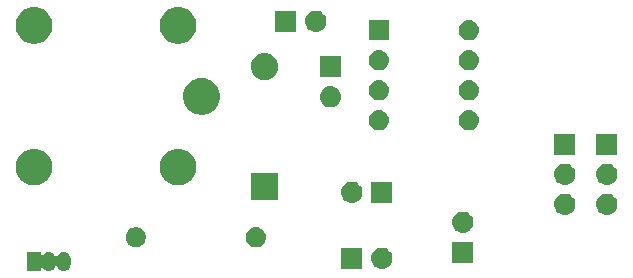
<source format=gbr>
G04 #@! TF.GenerationSoftware,KiCad,Pcbnew,(5.1.2)-2*
G04 #@! TF.CreationDate,2019-08-06T17:03:01+02:00*
G04 #@! TF.ProjectId,fiestaSkipWiringATtiny,66696573-7461-4536-9b69-70576972696e,rev?*
G04 #@! TF.SameCoordinates,Original*
G04 #@! TF.FileFunction,Soldermask,Top*
G04 #@! TF.FilePolarity,Negative*
%FSLAX46Y46*%
G04 Gerber Fmt 4.6, Leading zero omitted, Abs format (unit mm)*
G04 Created by KiCad (PCBNEW (5.1.2)-2) date 2019-08-06 17:03:01*
%MOMM*%
%LPD*%
G04 APERTURE LIST*
%ADD10C,0.100000*%
G04 APERTURE END LIST*
D10*
G36*
X122032915Y34320666D02*
G01*
X122141491Y34287729D01*
X122141494Y34287728D01*
X122177600Y34268429D01*
X122241556Y34234244D01*
X122329264Y34162264D01*
X122401244Y34074557D01*
X122435429Y34010601D01*
X122454728Y33974495D01*
X122454729Y33974492D01*
X122487666Y33865916D01*
X122496000Y33781298D01*
X122496000Y33274703D01*
X122487666Y33190084D01*
X122455252Y33083233D01*
X122454728Y33081505D01*
X122444761Y33062859D01*
X122401244Y32981443D01*
X122329264Y32893736D01*
X122241557Y32821756D01*
X122177601Y32787571D01*
X122141495Y32768272D01*
X122141492Y32768271D01*
X122032916Y32735334D01*
X121920000Y32724213D01*
X121807085Y32735334D01*
X121698509Y32768271D01*
X121698506Y32768272D01*
X121662400Y32787571D01*
X121598444Y32821756D01*
X121510737Y32893736D01*
X121438757Y32981443D01*
X121413219Y33029221D01*
X121395239Y33062859D01*
X121381625Y33083234D01*
X121364298Y33100561D01*
X121343924Y33114174D01*
X121321285Y33123552D01*
X121297252Y33128332D01*
X121272748Y33128332D01*
X121248715Y33123552D01*
X121226076Y33114174D01*
X121205701Y33100560D01*
X121188374Y33083233D01*
X121174761Y33062859D01*
X121131244Y32981443D01*
X121059264Y32893736D01*
X120971557Y32821756D01*
X120907601Y32787571D01*
X120871495Y32768272D01*
X120871492Y32768271D01*
X120762916Y32735334D01*
X120650000Y32724213D01*
X120537085Y32735334D01*
X120428509Y32768271D01*
X120428506Y32768272D01*
X120392400Y32787571D01*
X120328444Y32821756D01*
X120240737Y32893736D01*
X120177622Y32970641D01*
X120160297Y32987966D01*
X120139923Y33001580D01*
X120117284Y33010957D01*
X120093250Y33015737D01*
X120068746Y33015737D01*
X120044713Y33010956D01*
X120022074Y33001579D01*
X120001700Y32987965D01*
X119984373Y32970638D01*
X119970759Y32950264D01*
X119961382Y32927625D01*
X119956000Y32891340D01*
X119956000Y32727000D01*
X118804000Y32727000D01*
X118804000Y34329000D01*
X119956000Y34329000D01*
X119956000Y34164659D01*
X119958402Y34140273D01*
X119965515Y34116824D01*
X119977066Y34095213D01*
X119992611Y34076271D01*
X120011553Y34060726D01*
X120033164Y34049175D01*
X120056613Y34042062D01*
X120080999Y34039660D01*
X120105385Y34042062D01*
X120128834Y34049175D01*
X120150445Y34060726D01*
X120169387Y34076271D01*
X120177608Y34085343D01*
X120240736Y34162264D01*
X120328443Y34234244D01*
X120392399Y34268429D01*
X120428505Y34287728D01*
X120428508Y34287729D01*
X120537084Y34320666D01*
X120650000Y34331787D01*
X120762915Y34320666D01*
X120871491Y34287729D01*
X120871494Y34287728D01*
X120907600Y34268429D01*
X120971556Y34234244D01*
X121059264Y34162264D01*
X121131244Y34074557D01*
X121174761Y33993141D01*
X121188375Y33972766D01*
X121205702Y33955439D01*
X121226076Y33941826D01*
X121248715Y33932448D01*
X121272748Y33927668D01*
X121297252Y33927668D01*
X121321285Y33932448D01*
X121343924Y33941826D01*
X121364299Y33955440D01*
X121381626Y33972767D01*
X121395239Y33993140D01*
X121438756Y34074556D01*
X121510736Y34162264D01*
X121598443Y34234244D01*
X121662399Y34268429D01*
X121698505Y34287728D01*
X121698508Y34287729D01*
X121807084Y34320666D01*
X121920000Y34331787D01*
X122032915Y34320666D01*
X122032915Y34320666D01*
G37*
G36*
X148954442Y34676482D02*
G01*
X149020627Y34669963D01*
X149190466Y34618443D01*
X149346991Y34534778D01*
X149382729Y34505448D01*
X149484186Y34422186D01*
X149567448Y34320729D01*
X149596778Y34284991D01*
X149680443Y34128466D01*
X149731963Y33958627D01*
X149749359Y33782000D01*
X149731963Y33605373D01*
X149680443Y33435534D01*
X149596778Y33279009D01*
X149593244Y33274703D01*
X149484186Y33141814D01*
X149410698Y33081505D01*
X149346991Y33029222D01*
X149190466Y32945557D01*
X149020627Y32894037D01*
X148954442Y32887518D01*
X148888260Y32881000D01*
X148799740Y32881000D01*
X148733558Y32887518D01*
X148667373Y32894037D01*
X148497534Y32945557D01*
X148341009Y33029222D01*
X148277302Y33081505D01*
X148203814Y33141814D01*
X148094756Y33274703D01*
X148091222Y33279009D01*
X148007557Y33435534D01*
X147956037Y33605373D01*
X147938641Y33782000D01*
X147956037Y33958627D01*
X148007557Y34128466D01*
X148091222Y34284991D01*
X148120552Y34320729D01*
X148203814Y34422186D01*
X148305271Y34505448D01*
X148341009Y34534778D01*
X148497534Y34618443D01*
X148667373Y34669963D01*
X148733558Y34676482D01*
X148799740Y34683000D01*
X148888260Y34683000D01*
X148954442Y34676482D01*
X148954442Y34676482D01*
G37*
G36*
X147205000Y32881000D02*
G01*
X145403000Y32881000D01*
X145403000Y34683000D01*
X147205000Y34683000D01*
X147205000Y32881000D01*
X147205000Y32881000D01*
G37*
G36*
X156603000Y33389000D02*
G01*
X154801000Y33389000D01*
X154801000Y35191000D01*
X156603000Y35191000D01*
X156603000Y33389000D01*
X156603000Y33389000D01*
G37*
G36*
X138342823Y36398687D02*
G01*
X138503242Y36350024D01*
X138570361Y36314148D01*
X138651078Y36271004D01*
X138780659Y36164659D01*
X138887004Y36035078D01*
X138887005Y36035076D01*
X138966024Y35887242D01*
X139014687Y35726823D01*
X139031117Y35560000D01*
X139014687Y35393177D01*
X138966024Y35232758D01*
X138925477Y35156900D01*
X138887004Y35084922D01*
X138780659Y34955341D01*
X138651078Y34848996D01*
X138651076Y34848995D01*
X138503242Y34769976D01*
X138342823Y34721313D01*
X138217804Y34709000D01*
X138134196Y34709000D01*
X138009177Y34721313D01*
X137848758Y34769976D01*
X137700924Y34848995D01*
X137700922Y34848996D01*
X137571341Y34955341D01*
X137464996Y35084922D01*
X137426523Y35156900D01*
X137385976Y35232758D01*
X137337313Y35393177D01*
X137320883Y35560000D01*
X137337313Y35726823D01*
X137385976Y35887242D01*
X137464995Y36035076D01*
X137464996Y36035078D01*
X137571341Y36164659D01*
X137700922Y36271004D01*
X137781639Y36314148D01*
X137848758Y36350024D01*
X138009177Y36398687D01*
X138134196Y36411000D01*
X138217804Y36411000D01*
X138342823Y36398687D01*
X138342823Y36398687D01*
G37*
G36*
X128264228Y36378297D02*
G01*
X128419100Y36314147D01*
X128558481Y36221015D01*
X128677015Y36102481D01*
X128770147Y35963100D01*
X128834297Y35808228D01*
X128867000Y35643816D01*
X128867000Y35476184D01*
X128834297Y35311772D01*
X128770147Y35156900D01*
X128677015Y35017519D01*
X128558481Y34898985D01*
X128419100Y34805853D01*
X128264228Y34741703D01*
X128099816Y34709000D01*
X127932184Y34709000D01*
X127767772Y34741703D01*
X127612900Y34805853D01*
X127473519Y34898985D01*
X127354985Y35017519D01*
X127261853Y35156900D01*
X127197703Y35311772D01*
X127165000Y35476184D01*
X127165000Y35643816D01*
X127197703Y35808228D01*
X127261853Y35963100D01*
X127354985Y36102481D01*
X127473519Y36221015D01*
X127612900Y36314147D01*
X127767772Y36378297D01*
X127932184Y36411000D01*
X128099816Y36411000D01*
X128264228Y36378297D01*
X128264228Y36378297D01*
G37*
G36*
X155812443Y37724481D02*
G01*
X155878627Y37717963D01*
X156048466Y37666443D01*
X156204991Y37582778D01*
X156240729Y37553448D01*
X156342186Y37470186D01*
X156425448Y37368729D01*
X156454778Y37332991D01*
X156538443Y37176466D01*
X156589963Y37006627D01*
X156607359Y36830000D01*
X156589963Y36653373D01*
X156538443Y36483534D01*
X156454778Y36327009D01*
X156444223Y36314148D01*
X156342186Y36189814D01*
X156240729Y36106552D01*
X156204991Y36077222D01*
X156048466Y35993557D01*
X155878627Y35942037D01*
X155812442Y35935518D01*
X155746260Y35929000D01*
X155657740Y35929000D01*
X155591558Y35935518D01*
X155525373Y35942037D01*
X155355534Y35993557D01*
X155199009Y36077222D01*
X155163271Y36106552D01*
X155061814Y36189814D01*
X154959777Y36314148D01*
X154949222Y36327009D01*
X154865557Y36483534D01*
X154814037Y36653373D01*
X154796641Y36830000D01*
X154814037Y37006627D01*
X154865557Y37176466D01*
X154949222Y37332991D01*
X154978552Y37368729D01*
X155061814Y37470186D01*
X155163271Y37553448D01*
X155199009Y37582778D01*
X155355534Y37666443D01*
X155525373Y37717963D01*
X155591557Y37724481D01*
X155657740Y37731000D01*
X155746260Y37731000D01*
X155812443Y37724481D01*
X155812443Y37724481D01*
G37*
G36*
X164448442Y39248482D02*
G01*
X164514627Y39241963D01*
X164684466Y39190443D01*
X164840991Y39106778D01*
X164876729Y39077448D01*
X164978186Y38994186D01*
X165061448Y38892729D01*
X165090778Y38856991D01*
X165174443Y38700466D01*
X165225963Y38530627D01*
X165243359Y38354000D01*
X165225963Y38177373D01*
X165174443Y38007534D01*
X165090778Y37851009D01*
X165061448Y37815271D01*
X164978186Y37713814D01*
X164876729Y37630552D01*
X164840991Y37601222D01*
X164684466Y37517557D01*
X164514627Y37466037D01*
X164448442Y37459518D01*
X164382260Y37453000D01*
X164293740Y37453000D01*
X164227557Y37459519D01*
X164161373Y37466037D01*
X163991534Y37517557D01*
X163835009Y37601222D01*
X163799271Y37630552D01*
X163697814Y37713814D01*
X163614552Y37815271D01*
X163585222Y37851009D01*
X163501557Y38007534D01*
X163450037Y38177373D01*
X163432641Y38354000D01*
X163450037Y38530627D01*
X163501557Y38700466D01*
X163585222Y38856991D01*
X163614552Y38892729D01*
X163697814Y38994186D01*
X163799271Y39077448D01*
X163835009Y39106778D01*
X163991534Y39190443D01*
X164161373Y39241963D01*
X164227558Y39248482D01*
X164293740Y39255000D01*
X164382260Y39255000D01*
X164448442Y39248482D01*
X164448442Y39248482D01*
G37*
G36*
X168004442Y39248482D02*
G01*
X168070627Y39241963D01*
X168240466Y39190443D01*
X168396991Y39106778D01*
X168432729Y39077448D01*
X168534186Y38994186D01*
X168617448Y38892729D01*
X168646778Y38856991D01*
X168730443Y38700466D01*
X168781963Y38530627D01*
X168799359Y38354000D01*
X168781963Y38177373D01*
X168730443Y38007534D01*
X168646778Y37851009D01*
X168617448Y37815271D01*
X168534186Y37713814D01*
X168432729Y37630552D01*
X168396991Y37601222D01*
X168240466Y37517557D01*
X168070627Y37466037D01*
X168004442Y37459518D01*
X167938260Y37453000D01*
X167849740Y37453000D01*
X167783557Y37459519D01*
X167717373Y37466037D01*
X167547534Y37517557D01*
X167391009Y37601222D01*
X167355271Y37630552D01*
X167253814Y37713814D01*
X167170552Y37815271D01*
X167141222Y37851009D01*
X167057557Y38007534D01*
X167006037Y38177373D01*
X166988641Y38354000D01*
X167006037Y38530627D01*
X167057557Y38700466D01*
X167141222Y38856991D01*
X167170552Y38892729D01*
X167253814Y38994186D01*
X167355271Y39077448D01*
X167391009Y39106778D01*
X167547534Y39190443D01*
X167717373Y39241963D01*
X167783558Y39248482D01*
X167849740Y39255000D01*
X167938260Y39255000D01*
X168004442Y39248482D01*
X168004442Y39248482D01*
G37*
G36*
X149745000Y38469000D02*
G01*
X147943000Y38469000D01*
X147943000Y40271000D01*
X149745000Y40271000D01*
X149745000Y38469000D01*
X149745000Y38469000D01*
G37*
G36*
X146414442Y40264482D02*
G01*
X146480627Y40257963D01*
X146650466Y40206443D01*
X146806991Y40122778D01*
X146842729Y40093448D01*
X146944186Y40010186D01*
X147027448Y39908729D01*
X147056778Y39872991D01*
X147140443Y39716466D01*
X147191963Y39546627D01*
X147209359Y39370000D01*
X147191963Y39193373D01*
X147140443Y39023534D01*
X147056778Y38867009D01*
X147027448Y38831271D01*
X146944186Y38729814D01*
X146842729Y38646552D01*
X146806991Y38617222D01*
X146650466Y38533557D01*
X146480627Y38482037D01*
X146414443Y38475519D01*
X146348260Y38469000D01*
X146259740Y38469000D01*
X146193557Y38475519D01*
X146127373Y38482037D01*
X145957534Y38533557D01*
X145801009Y38617222D01*
X145765271Y38646552D01*
X145663814Y38729814D01*
X145580552Y38831271D01*
X145551222Y38867009D01*
X145467557Y39023534D01*
X145416037Y39193373D01*
X145398641Y39370000D01*
X145416037Y39546627D01*
X145467557Y39716466D01*
X145551222Y39872991D01*
X145580552Y39908729D01*
X145663814Y40010186D01*
X145765271Y40093448D01*
X145801009Y40122778D01*
X145957534Y40206443D01*
X146127373Y40257963D01*
X146193557Y40264481D01*
X146259740Y40271000D01*
X146348260Y40271000D01*
X146414442Y40264482D01*
X146414442Y40264482D01*
G37*
G36*
X140089000Y38727000D02*
G01*
X137787000Y38727000D01*
X137787000Y41029000D01*
X140089000Y41029000D01*
X140089000Y38727000D01*
X140089000Y38727000D01*
G37*
G36*
X119706585Y43019198D02*
G01*
X119856410Y42989396D01*
X120138674Y42872479D01*
X120392705Y42702741D01*
X120608741Y42486705D01*
X120778479Y42232674D01*
X120895396Y41950410D01*
X120955000Y41650760D01*
X120955000Y41345240D01*
X120895396Y41045590D01*
X120778479Y40763326D01*
X120608741Y40509295D01*
X120392705Y40293259D01*
X120138674Y40123521D01*
X119856410Y40006604D01*
X119706585Y39976802D01*
X119556761Y39947000D01*
X119251239Y39947000D01*
X119101415Y39976802D01*
X118951590Y40006604D01*
X118669326Y40123521D01*
X118415295Y40293259D01*
X118199259Y40509295D01*
X118029521Y40763326D01*
X117912604Y41045590D01*
X117853000Y41345240D01*
X117853000Y41650760D01*
X117912604Y41950410D01*
X118029521Y42232674D01*
X118199259Y42486705D01*
X118415295Y42702741D01*
X118669326Y42872479D01*
X118951590Y42989396D01*
X119101415Y43019198D01*
X119251239Y43049000D01*
X119556761Y43049000D01*
X119706585Y43019198D01*
X119706585Y43019198D01*
G37*
G36*
X131906585Y43019198D02*
G01*
X132056410Y42989396D01*
X132338674Y42872479D01*
X132592705Y42702741D01*
X132808741Y42486705D01*
X132978479Y42232674D01*
X133095396Y41950410D01*
X133155000Y41650760D01*
X133155000Y41345240D01*
X133095396Y41045590D01*
X132978479Y40763326D01*
X132808741Y40509295D01*
X132592705Y40293259D01*
X132338674Y40123521D01*
X132056410Y40006604D01*
X131906585Y39976802D01*
X131756761Y39947000D01*
X131451239Y39947000D01*
X131301415Y39976802D01*
X131151590Y40006604D01*
X130869326Y40123521D01*
X130615295Y40293259D01*
X130399259Y40509295D01*
X130229521Y40763326D01*
X130112604Y41045590D01*
X130053000Y41345240D01*
X130053000Y41650760D01*
X130112604Y41950410D01*
X130229521Y42232674D01*
X130399259Y42486705D01*
X130615295Y42702741D01*
X130869326Y42872479D01*
X131151590Y42989396D01*
X131301415Y43019198D01*
X131451239Y43049000D01*
X131756761Y43049000D01*
X131906585Y43019198D01*
X131906585Y43019198D01*
G37*
G36*
X168004443Y41788481D02*
G01*
X168070627Y41781963D01*
X168240466Y41730443D01*
X168396991Y41646778D01*
X168432729Y41617448D01*
X168534186Y41534186D01*
X168617448Y41432729D01*
X168646778Y41396991D01*
X168730443Y41240466D01*
X168781963Y41070627D01*
X168799359Y40894000D01*
X168781963Y40717373D01*
X168730443Y40547534D01*
X168646778Y40391009D01*
X168617448Y40355271D01*
X168534186Y40253814D01*
X168432729Y40170552D01*
X168396991Y40141222D01*
X168240466Y40057557D01*
X168070627Y40006037D01*
X168004443Y39999519D01*
X167938260Y39993000D01*
X167849740Y39993000D01*
X167783557Y39999519D01*
X167717373Y40006037D01*
X167547534Y40057557D01*
X167391009Y40141222D01*
X167355271Y40170552D01*
X167253814Y40253814D01*
X167170552Y40355271D01*
X167141222Y40391009D01*
X167057557Y40547534D01*
X167006037Y40717373D01*
X166988641Y40894000D01*
X167006037Y41070627D01*
X167057557Y41240466D01*
X167141222Y41396991D01*
X167170552Y41432729D01*
X167253814Y41534186D01*
X167355271Y41617448D01*
X167391009Y41646778D01*
X167547534Y41730443D01*
X167717373Y41781963D01*
X167783557Y41788481D01*
X167849740Y41795000D01*
X167938260Y41795000D01*
X168004443Y41788481D01*
X168004443Y41788481D01*
G37*
G36*
X164448443Y41788481D02*
G01*
X164514627Y41781963D01*
X164684466Y41730443D01*
X164840991Y41646778D01*
X164876729Y41617448D01*
X164978186Y41534186D01*
X165061448Y41432729D01*
X165090778Y41396991D01*
X165174443Y41240466D01*
X165225963Y41070627D01*
X165243359Y40894000D01*
X165225963Y40717373D01*
X165174443Y40547534D01*
X165090778Y40391009D01*
X165061448Y40355271D01*
X164978186Y40253814D01*
X164876729Y40170552D01*
X164840991Y40141222D01*
X164684466Y40057557D01*
X164514627Y40006037D01*
X164448443Y39999519D01*
X164382260Y39993000D01*
X164293740Y39993000D01*
X164227557Y39999519D01*
X164161373Y40006037D01*
X163991534Y40057557D01*
X163835009Y40141222D01*
X163799271Y40170552D01*
X163697814Y40253814D01*
X163614552Y40355271D01*
X163585222Y40391009D01*
X163501557Y40547534D01*
X163450037Y40717373D01*
X163432641Y40894000D01*
X163450037Y41070627D01*
X163501557Y41240466D01*
X163585222Y41396991D01*
X163614552Y41432729D01*
X163697814Y41534186D01*
X163799271Y41617448D01*
X163835009Y41646778D01*
X163991534Y41730443D01*
X164161373Y41781963D01*
X164227557Y41788481D01*
X164293740Y41795000D01*
X164382260Y41795000D01*
X164448443Y41788481D01*
X164448443Y41788481D01*
G37*
G36*
X165239000Y42533000D02*
G01*
X163437000Y42533000D01*
X163437000Y44335000D01*
X165239000Y44335000D01*
X165239000Y42533000D01*
X165239000Y42533000D01*
G37*
G36*
X168795000Y42533000D02*
G01*
X166993000Y42533000D01*
X166993000Y44335000D01*
X168795000Y44335000D01*
X168795000Y42533000D01*
X168795000Y42533000D01*
G37*
G36*
X156376823Y46304687D02*
G01*
X156537242Y46256024D01*
X156669906Y46185114D01*
X156685078Y46177004D01*
X156814659Y46070659D01*
X156921004Y45941078D01*
X156921005Y45941076D01*
X157000024Y45793242D01*
X157048687Y45632823D01*
X157065117Y45466000D01*
X157048687Y45299177D01*
X157000024Y45138758D01*
X156929114Y45006094D01*
X156921004Y44990922D01*
X156814659Y44861341D01*
X156685078Y44754996D01*
X156685076Y44754995D01*
X156537242Y44675976D01*
X156376823Y44627313D01*
X156251804Y44615000D01*
X156168196Y44615000D01*
X156043177Y44627313D01*
X155882758Y44675976D01*
X155734924Y44754995D01*
X155734922Y44754996D01*
X155605341Y44861341D01*
X155498996Y44990922D01*
X155490886Y45006094D01*
X155419976Y45138758D01*
X155371313Y45299177D01*
X155354883Y45466000D01*
X155371313Y45632823D01*
X155419976Y45793242D01*
X155498995Y45941076D01*
X155498996Y45941078D01*
X155605341Y46070659D01*
X155734922Y46177004D01*
X155750094Y46185114D01*
X155882758Y46256024D01*
X156043177Y46304687D01*
X156168196Y46317000D01*
X156251804Y46317000D01*
X156376823Y46304687D01*
X156376823Y46304687D01*
G37*
G36*
X148756823Y46304687D02*
G01*
X148917242Y46256024D01*
X149049906Y46185114D01*
X149065078Y46177004D01*
X149194659Y46070659D01*
X149301004Y45941078D01*
X149301005Y45941076D01*
X149380024Y45793242D01*
X149428687Y45632823D01*
X149445117Y45466000D01*
X149428687Y45299177D01*
X149380024Y45138758D01*
X149309114Y45006094D01*
X149301004Y44990922D01*
X149194659Y44861341D01*
X149065078Y44754996D01*
X149065076Y44754995D01*
X148917242Y44675976D01*
X148756823Y44627313D01*
X148631804Y44615000D01*
X148548196Y44615000D01*
X148423177Y44627313D01*
X148262758Y44675976D01*
X148114924Y44754995D01*
X148114922Y44754996D01*
X147985341Y44861341D01*
X147878996Y44990922D01*
X147870886Y45006094D01*
X147799976Y45138758D01*
X147751313Y45299177D01*
X147734883Y45466000D01*
X147751313Y45632823D01*
X147799976Y45793242D01*
X147878995Y45941076D01*
X147878996Y45941078D01*
X147985341Y46070659D01*
X148114922Y46177004D01*
X148130094Y46185114D01*
X148262758Y46256024D01*
X148423177Y46304687D01*
X148548196Y46317000D01*
X148631804Y46317000D01*
X148756823Y46304687D01*
X148756823Y46304687D01*
G37*
G36*
X133906585Y49019198D02*
G01*
X134056410Y48989396D01*
X134338674Y48872479D01*
X134592705Y48702741D01*
X134808741Y48486705D01*
X134978479Y48232674D01*
X135095396Y47950410D01*
X135155000Y47650760D01*
X135155000Y47345240D01*
X135095396Y47045590D01*
X134978479Y46763326D01*
X134808741Y46509295D01*
X134592705Y46293259D01*
X134338674Y46123521D01*
X134056410Y46006604D01*
X133906585Y45976802D01*
X133756761Y45947000D01*
X133451239Y45947000D01*
X133301415Y45976802D01*
X133151590Y46006604D01*
X132869326Y46123521D01*
X132615295Y46293259D01*
X132399259Y46509295D01*
X132229521Y46763326D01*
X132112604Y47045590D01*
X132053000Y47345240D01*
X132053000Y47650760D01*
X132112604Y47950410D01*
X132229521Y48232674D01*
X132399259Y48486705D01*
X132615295Y48702741D01*
X132869326Y48872479D01*
X133151590Y48989396D01*
X133301415Y49019198D01*
X133451239Y49049000D01*
X133756761Y49049000D01*
X133906585Y49019198D01*
X133906585Y49019198D01*
G37*
G36*
X144610443Y48354481D02*
G01*
X144676627Y48347963D01*
X144846466Y48296443D01*
X145002991Y48212778D01*
X145038729Y48183448D01*
X145140186Y48100186D01*
X145217481Y48006000D01*
X145252778Y47962991D01*
X145252779Y47962989D01*
X145318959Y47839177D01*
X145336443Y47806466D01*
X145387963Y47636627D01*
X145405359Y47460000D01*
X145387963Y47283373D01*
X145336443Y47113534D01*
X145252778Y46957009D01*
X145223448Y46921271D01*
X145140186Y46819814D01*
X145038729Y46736552D01*
X145002991Y46707222D01*
X144846466Y46623557D01*
X144676627Y46572037D01*
X144610443Y46565519D01*
X144544260Y46559000D01*
X144455740Y46559000D01*
X144389557Y46565519D01*
X144323373Y46572037D01*
X144153534Y46623557D01*
X143997009Y46707222D01*
X143961271Y46736552D01*
X143859814Y46819814D01*
X143776552Y46921271D01*
X143747222Y46957009D01*
X143663557Y47113534D01*
X143612037Y47283373D01*
X143594641Y47460000D01*
X143612037Y47636627D01*
X143663557Y47806466D01*
X143681042Y47839177D01*
X143747221Y47962989D01*
X143747222Y47962991D01*
X143782519Y48006000D01*
X143859814Y48100186D01*
X143961271Y48183448D01*
X143997009Y48212778D01*
X144153534Y48296443D01*
X144323373Y48347963D01*
X144389558Y48354482D01*
X144455740Y48361000D01*
X144544260Y48361000D01*
X144610443Y48354481D01*
X144610443Y48354481D01*
G37*
G36*
X148756823Y48844687D02*
G01*
X148917242Y48796024D01*
X149049906Y48725114D01*
X149065078Y48717004D01*
X149194659Y48610659D01*
X149301004Y48481078D01*
X149301005Y48481076D01*
X149380024Y48333242D01*
X149428687Y48172823D01*
X149445117Y48006000D01*
X149428687Y47839177D01*
X149380024Y47678758D01*
X149357504Y47636627D01*
X149301004Y47530922D01*
X149194659Y47401341D01*
X149065078Y47294996D01*
X149065076Y47294995D01*
X148917242Y47215976D01*
X148756823Y47167313D01*
X148631804Y47155000D01*
X148548196Y47155000D01*
X148423177Y47167313D01*
X148262758Y47215976D01*
X148114924Y47294995D01*
X148114922Y47294996D01*
X147985341Y47401341D01*
X147878996Y47530922D01*
X147822496Y47636627D01*
X147799976Y47678758D01*
X147751313Y47839177D01*
X147734883Y48006000D01*
X147751313Y48172823D01*
X147799976Y48333242D01*
X147878995Y48481076D01*
X147878996Y48481078D01*
X147985341Y48610659D01*
X148114922Y48717004D01*
X148130094Y48725114D01*
X148262758Y48796024D01*
X148423177Y48844687D01*
X148548196Y48857000D01*
X148631804Y48857000D01*
X148756823Y48844687D01*
X148756823Y48844687D01*
G37*
G36*
X156376823Y48844687D02*
G01*
X156537242Y48796024D01*
X156669906Y48725114D01*
X156685078Y48717004D01*
X156814659Y48610659D01*
X156921004Y48481078D01*
X156921005Y48481076D01*
X157000024Y48333242D01*
X157048687Y48172823D01*
X157065117Y48006000D01*
X157048687Y47839177D01*
X157000024Y47678758D01*
X156977504Y47636627D01*
X156921004Y47530922D01*
X156814659Y47401341D01*
X156685078Y47294996D01*
X156685076Y47294995D01*
X156537242Y47215976D01*
X156376823Y47167313D01*
X156251804Y47155000D01*
X156168196Y47155000D01*
X156043177Y47167313D01*
X155882758Y47215976D01*
X155734924Y47294995D01*
X155734922Y47294996D01*
X155605341Y47401341D01*
X155498996Y47530922D01*
X155442496Y47636627D01*
X155419976Y47678758D01*
X155371313Y47839177D01*
X155354883Y48006000D01*
X155371313Y48172823D01*
X155419976Y48333242D01*
X155498995Y48481076D01*
X155498996Y48481078D01*
X155605341Y48610659D01*
X155734922Y48717004D01*
X155750094Y48725114D01*
X155882758Y48796024D01*
X156043177Y48844687D01*
X156168196Y48857000D01*
X156251804Y48857000D01*
X156376823Y48844687D01*
X156376823Y48844687D01*
G37*
G36*
X139107271Y51177897D02*
G01*
X139163635Y51172346D01*
X139380600Y51106530D01*
X139380602Y51106529D01*
X139580555Y50999653D01*
X139755818Y50855818D01*
X139899653Y50680555D01*
X139971573Y50546000D01*
X140006530Y50480600D01*
X140072346Y50263635D01*
X140094569Y50038000D01*
X140072346Y49812365D01*
X140036744Y49695000D01*
X140006529Y49595398D01*
X139899653Y49395445D01*
X139755818Y49220182D01*
X139580555Y49076347D01*
X139417879Y48989396D01*
X139380600Y48969470D01*
X139163635Y48903654D01*
X139107271Y48898103D01*
X138994545Y48887000D01*
X138881455Y48887000D01*
X138768729Y48898103D01*
X138712365Y48903654D01*
X138495400Y48969470D01*
X138458121Y48989396D01*
X138295445Y49076347D01*
X138120182Y49220182D01*
X137976347Y49395445D01*
X137869471Y49595398D01*
X137839257Y49695000D01*
X137803654Y49812365D01*
X137781431Y50038000D01*
X137803654Y50263635D01*
X137869470Y50480600D01*
X137904427Y50546000D01*
X137976347Y50680555D01*
X138120182Y50855818D01*
X138295445Y50999653D01*
X138495398Y51106529D01*
X138495400Y51106530D01*
X138712365Y51172346D01*
X138768729Y51177897D01*
X138881455Y51189000D01*
X138994545Y51189000D01*
X139107271Y51177897D01*
X139107271Y51177897D01*
G37*
G36*
X145401000Y49099000D02*
G01*
X143599000Y49099000D01*
X143599000Y50901000D01*
X145401000Y50901000D01*
X145401000Y49099000D01*
X145401000Y49099000D01*
G37*
G36*
X148756823Y51384687D02*
G01*
X148917242Y51336024D01*
X149049906Y51265114D01*
X149065078Y51257004D01*
X149194659Y51150659D01*
X149301004Y51021078D01*
X149301005Y51021076D01*
X149380024Y50873242D01*
X149428687Y50712823D01*
X149445117Y50546000D01*
X149428687Y50379177D01*
X149380024Y50218758D01*
X149309114Y50086094D01*
X149301004Y50070922D01*
X149194659Y49941341D01*
X149065078Y49834996D01*
X149065076Y49834995D01*
X148917242Y49755976D01*
X148756823Y49707313D01*
X148631804Y49695000D01*
X148548196Y49695000D01*
X148423177Y49707313D01*
X148262758Y49755976D01*
X148114924Y49834995D01*
X148114922Y49834996D01*
X147985341Y49941341D01*
X147878996Y50070922D01*
X147870886Y50086094D01*
X147799976Y50218758D01*
X147751313Y50379177D01*
X147734883Y50546000D01*
X147751313Y50712823D01*
X147799976Y50873242D01*
X147878995Y51021076D01*
X147878996Y51021078D01*
X147985341Y51150659D01*
X148114922Y51257004D01*
X148130094Y51265114D01*
X148262758Y51336024D01*
X148423177Y51384687D01*
X148548196Y51397000D01*
X148631804Y51397000D01*
X148756823Y51384687D01*
X148756823Y51384687D01*
G37*
G36*
X156376823Y51384687D02*
G01*
X156537242Y51336024D01*
X156669906Y51265114D01*
X156685078Y51257004D01*
X156814659Y51150659D01*
X156921004Y51021078D01*
X156921005Y51021076D01*
X157000024Y50873242D01*
X157048687Y50712823D01*
X157065117Y50546000D01*
X157048687Y50379177D01*
X157000024Y50218758D01*
X156929114Y50086094D01*
X156921004Y50070922D01*
X156814659Y49941341D01*
X156685078Y49834996D01*
X156685076Y49834995D01*
X156537242Y49755976D01*
X156376823Y49707313D01*
X156251804Y49695000D01*
X156168196Y49695000D01*
X156043177Y49707313D01*
X155882758Y49755976D01*
X155734924Y49834995D01*
X155734922Y49834996D01*
X155605341Y49941341D01*
X155498996Y50070922D01*
X155490886Y50086094D01*
X155419976Y50218758D01*
X155371313Y50379177D01*
X155354883Y50546000D01*
X155371313Y50712823D01*
X155419976Y50873242D01*
X155498995Y51021076D01*
X155498996Y51021078D01*
X155605341Y51150659D01*
X155734922Y51257004D01*
X155750094Y51265114D01*
X155882758Y51336024D01*
X156043177Y51384687D01*
X156168196Y51397000D01*
X156251804Y51397000D01*
X156376823Y51384687D01*
X156376823Y51384687D01*
G37*
G36*
X119706585Y55019198D02*
G01*
X119856410Y54989396D01*
X120138674Y54872479D01*
X120392705Y54702741D01*
X120608741Y54486705D01*
X120778479Y54232674D01*
X120895396Y53950410D01*
X120900513Y53924686D01*
X120955000Y53650761D01*
X120955000Y53345239D01*
X120954954Y53345009D01*
X120895396Y53045590D01*
X120778479Y52763326D01*
X120608741Y52509295D01*
X120392705Y52293259D01*
X120138674Y52123521D01*
X119856410Y52006604D01*
X119706585Y51976802D01*
X119556761Y51947000D01*
X119251239Y51947000D01*
X119101415Y51976802D01*
X118951590Y52006604D01*
X118669326Y52123521D01*
X118415295Y52293259D01*
X118199259Y52509295D01*
X118029521Y52763326D01*
X117912604Y53045590D01*
X117853046Y53345009D01*
X117853000Y53345239D01*
X117853000Y53650761D01*
X117907487Y53924686D01*
X117912604Y53950410D01*
X118029521Y54232674D01*
X118199259Y54486705D01*
X118415295Y54702741D01*
X118669326Y54872479D01*
X118951590Y54989396D01*
X119101415Y55019198D01*
X119251239Y55049000D01*
X119556761Y55049000D01*
X119706585Y55019198D01*
X119706585Y55019198D01*
G37*
G36*
X131906585Y55019198D02*
G01*
X132056410Y54989396D01*
X132338674Y54872479D01*
X132592705Y54702741D01*
X132808741Y54486705D01*
X132978479Y54232674D01*
X133095396Y53950410D01*
X133100513Y53924686D01*
X133155000Y53650761D01*
X133155000Y53345239D01*
X133154954Y53345009D01*
X133095396Y53045590D01*
X132978479Y52763326D01*
X132808741Y52509295D01*
X132592705Y52293259D01*
X132338674Y52123521D01*
X132056410Y52006604D01*
X131906585Y51976802D01*
X131756761Y51947000D01*
X131451239Y51947000D01*
X131301415Y51976802D01*
X131151590Y52006604D01*
X130869326Y52123521D01*
X130615295Y52293259D01*
X130399259Y52509295D01*
X130229521Y52763326D01*
X130112604Y53045590D01*
X130053046Y53345009D01*
X130053000Y53345239D01*
X130053000Y53650761D01*
X130107487Y53924686D01*
X130112604Y53950410D01*
X130229521Y54232674D01*
X130399259Y54486705D01*
X130615295Y54702741D01*
X130869326Y54872479D01*
X131151590Y54989396D01*
X131301415Y55019198D01*
X131451239Y55049000D01*
X131756761Y55049000D01*
X131906585Y55019198D01*
X131906585Y55019198D01*
G37*
G36*
X156376823Y53924687D02*
G01*
X156537242Y53876024D01*
X156669906Y53805114D01*
X156685078Y53797004D01*
X156814659Y53690659D01*
X156921004Y53561078D01*
X156921005Y53561076D01*
X157000024Y53413242D01*
X157048687Y53252823D01*
X157065117Y53086000D01*
X157048687Y52919177D01*
X157000024Y52758758D01*
X156929114Y52626094D01*
X156921004Y52610922D01*
X156814659Y52481341D01*
X156685078Y52374996D01*
X156685076Y52374995D01*
X156537242Y52295976D01*
X156537239Y52295975D01*
X156507380Y52286917D01*
X156376823Y52247313D01*
X156251804Y52235000D01*
X156168196Y52235000D01*
X156043177Y52247313D01*
X155912620Y52286917D01*
X155882761Y52295975D01*
X155882758Y52295976D01*
X155734924Y52374995D01*
X155734922Y52374996D01*
X155605341Y52481341D01*
X155498996Y52610922D01*
X155490886Y52626094D01*
X155419976Y52758758D01*
X155371313Y52919177D01*
X155354883Y53086000D01*
X155371313Y53252823D01*
X155419976Y53413242D01*
X155498995Y53561076D01*
X155498996Y53561078D01*
X155605341Y53690659D01*
X155734922Y53797004D01*
X155750094Y53805114D01*
X155882758Y53876024D01*
X156043177Y53924687D01*
X156168196Y53937000D01*
X156251804Y53937000D01*
X156376823Y53924687D01*
X156376823Y53924687D01*
G37*
G36*
X149441000Y52235000D02*
G01*
X147739000Y52235000D01*
X147739000Y53937000D01*
X149441000Y53937000D01*
X149441000Y52235000D01*
X149441000Y52235000D01*
G37*
G36*
X143366442Y54742482D02*
G01*
X143432627Y54735963D01*
X143602466Y54684443D01*
X143758991Y54600778D01*
X143794729Y54571448D01*
X143896186Y54488186D01*
X143979448Y54386729D01*
X144008778Y54350991D01*
X144092443Y54194466D01*
X144143963Y54024627D01*
X144161359Y53848000D01*
X144143963Y53671373D01*
X144092443Y53501534D01*
X144008778Y53345009D01*
X143979448Y53309271D01*
X143896186Y53207814D01*
X143794729Y53124552D01*
X143758991Y53095222D01*
X143602466Y53011557D01*
X143432627Y52960037D01*
X143366443Y52953519D01*
X143300260Y52947000D01*
X143211740Y52947000D01*
X143145557Y52953519D01*
X143079373Y52960037D01*
X142909534Y53011557D01*
X142753009Y53095222D01*
X142717271Y53124552D01*
X142615814Y53207814D01*
X142532552Y53309271D01*
X142503222Y53345009D01*
X142419557Y53501534D01*
X142368037Y53671373D01*
X142350641Y53848000D01*
X142368037Y54024627D01*
X142419557Y54194466D01*
X142503222Y54350991D01*
X142532552Y54386729D01*
X142615814Y54488186D01*
X142717271Y54571448D01*
X142753009Y54600778D01*
X142909534Y54684443D01*
X143079373Y54735963D01*
X143145558Y54742482D01*
X143211740Y54749000D01*
X143300260Y54749000D01*
X143366442Y54742482D01*
X143366442Y54742482D01*
G37*
G36*
X141617000Y52947000D02*
G01*
X139815000Y52947000D01*
X139815000Y54749000D01*
X141617000Y54749000D01*
X141617000Y52947000D01*
X141617000Y52947000D01*
G37*
M02*

</source>
